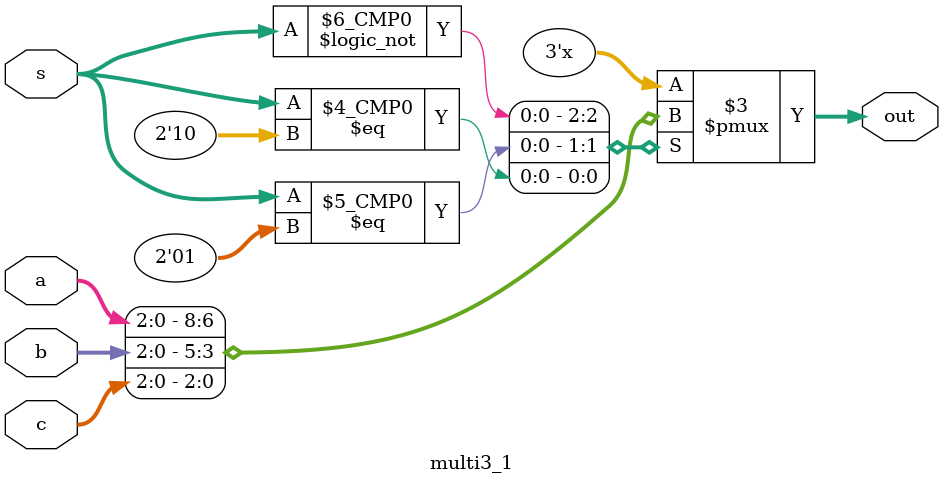
<source format=v>
module multi3_1 (input [2:0]a,b,c,input [1:0]s,output reg [2:0]out);
	always @(*)begin
		case(s)
			2'b00: out<=a;
			2'b01: out<=b;
			2'b10: out<=c;
			2'b11: out<=3'bx;//catch accident case
		endcase
	end
endmodule

</source>
